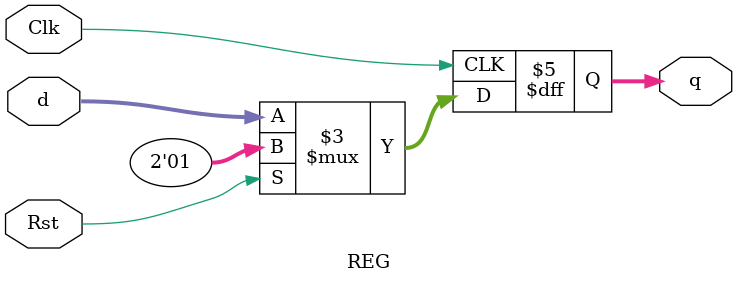
<source format=v>
`timescale 1ns / 1ps


module REG#(parameter DATAWIDTH = 2) (d,Clk,Rst,q);
    //Inputs
    input  [DATAWIDTH-1:0] d;
    input  Clk;
    input  Rst;
    
    //Outputs
    output reg [DATAWIDTH-1:0] q;
    
    always @(posedge Clk)
        begin
            if (Rst)
                q = 1'b1;
            else
                q = d;    
    
    
    end
endmodule

</source>
